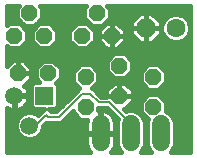
<source format=gbl>
G75*
%MOIN*%
%OFA0B0*%
%FSLAX25Y25*%
%IPPOS*%
%LPD*%
%AMOC8*
5,1,8,0,0,1.08239X$1,22.5*
%
%ADD10OC8,0.05200*%
%ADD11C,0.06000*%
%ADD12R,0.05900X0.05900*%
%ADD13C,0.05900*%
%ADD14OC8,0.06300*%
%ADD15C,0.06300*%
%ADD16C,0.01600*%
%ADD17C,0.00600*%
D10*
X0033050Y0021800D03*
X0033050Y0031800D03*
X0044300Y0035550D03*
X0044300Y0025550D03*
X0055550Y0021800D03*
X0055550Y0031800D03*
X0041800Y0045550D03*
X0036800Y0053050D03*
X0031800Y0045550D03*
X0019300Y0045550D03*
X0014300Y0053050D03*
X0009300Y0045550D03*
X0010550Y0033050D03*
X0020550Y0033050D03*
D11*
X0038050Y0016050D02*
X0038050Y0010050D01*
X0048050Y0010050D02*
X0048050Y0016050D01*
X0058050Y0016050D02*
X0058050Y0010050D01*
D12*
X0019300Y0025550D03*
D13*
X0009300Y0025550D03*
X0014300Y0015550D03*
D14*
X0053050Y0048050D03*
D15*
X0063050Y0048050D03*
D16*
X0006850Y0021467D02*
X0006850Y0006850D01*
X0034462Y0006850D01*
X0034389Y0006923D01*
X0033945Y0007534D01*
X0033602Y0008207D01*
X0033368Y0008926D01*
X0033250Y0009672D01*
X0033250Y0012850D01*
X0037850Y0012850D01*
X0037850Y0013250D01*
X0037850Y0020850D01*
X0037672Y0020850D01*
X0037250Y0020783D01*
X0037250Y0021450D01*
X0040063Y0021450D01*
X0043772Y0017741D01*
X0043450Y0016965D01*
X0043450Y0009135D01*
X0044150Y0007444D01*
X0044745Y0006850D01*
X0041638Y0006850D01*
X0041711Y0006923D01*
X0042155Y0007534D01*
X0042498Y0008207D01*
X0042732Y0008926D01*
X0042850Y0009672D01*
X0042850Y0012850D01*
X0038250Y0012850D01*
X0038250Y0013250D01*
X0037850Y0013250D01*
X0033250Y0013250D01*
X0033250Y0016428D01*
X0033368Y0017174D01*
X0033507Y0017600D01*
X0031310Y0017600D01*
X0028850Y0020060D01*
X0028850Y0020563D01*
X0024837Y0016550D01*
X0019937Y0016550D01*
X0018850Y0015463D01*
X0018850Y0014645D01*
X0018157Y0012973D01*
X0016877Y0011693D01*
X0015205Y0011000D01*
X0013395Y0011000D01*
X0011723Y0011693D01*
X0010443Y0012973D01*
X0009750Y0014645D01*
X0009750Y0016455D01*
X0010443Y0018127D01*
X0011723Y0019407D01*
X0013395Y0020100D01*
X0015205Y0020100D01*
X0016877Y0019407D01*
X0017149Y0019136D01*
X0017950Y0019937D01*
X0019013Y0021000D01*
X0015687Y0021000D01*
X0014750Y0021937D01*
X0014750Y0029163D01*
X0015687Y0030100D01*
X0017560Y0030100D01*
X0016350Y0031310D01*
X0016350Y0034790D01*
X0018810Y0037250D01*
X0022290Y0037250D01*
X0024750Y0034790D01*
X0024750Y0031310D01*
X0023226Y0029787D01*
X0023850Y0029163D01*
X0023850Y0021937D01*
X0022913Y0021000D01*
X0020687Y0021000D01*
X0021337Y0020350D01*
X0023263Y0020350D01*
X0029850Y0026937D01*
X0030912Y0027999D01*
X0028850Y0030060D01*
X0028850Y0033540D01*
X0031310Y0036000D01*
X0034790Y0036000D01*
X0037250Y0033540D01*
X0037250Y0030060D01*
X0035240Y0028050D01*
X0035337Y0028050D01*
X0038137Y0025250D01*
X0039900Y0025250D01*
X0039900Y0025550D01*
X0044300Y0025550D01*
X0044300Y0025550D01*
X0044300Y0029950D01*
X0046123Y0029950D01*
X0048700Y0027373D01*
X0048700Y0025550D01*
X0044300Y0025550D01*
X0044300Y0025550D01*
X0044300Y0025550D01*
X0044300Y0029950D01*
X0042477Y0029950D01*
X0039900Y0027373D01*
X0039900Y0025550D01*
X0044300Y0025550D01*
X0048700Y0025550D01*
X0048700Y0023727D01*
X0046123Y0021150D01*
X0045737Y0021150D01*
X0046500Y0020387D01*
X0047135Y0020650D01*
X0048965Y0020650D01*
X0050656Y0019950D01*
X0051950Y0018656D01*
X0052650Y0016965D01*
X0052650Y0009135D01*
X0051950Y0007444D01*
X0051355Y0006850D01*
X0054745Y0006850D01*
X0054150Y0007444D01*
X0053450Y0009135D01*
X0053450Y0016965D01*
X0053742Y0017669D01*
X0051350Y0020060D01*
X0051350Y0023540D01*
X0053810Y0026000D01*
X0057290Y0026000D01*
X0059750Y0023540D01*
X0059750Y0020325D01*
X0060656Y0019950D01*
X0061950Y0018656D01*
X0062650Y0016965D01*
X0062650Y0009135D01*
X0061950Y0007444D01*
X0061355Y0006850D01*
X0067921Y0006850D01*
X0067921Y0055500D01*
X0040290Y0055500D01*
X0041000Y0054790D01*
X0041000Y0051310D01*
X0038540Y0048850D01*
X0035060Y0048850D01*
X0032600Y0051310D01*
X0032600Y0054790D01*
X0033310Y0055500D01*
X0017790Y0055500D01*
X0018500Y0054790D01*
X0018500Y0051310D01*
X0016040Y0048850D01*
X0012560Y0048850D01*
X0010100Y0051310D01*
X0010100Y0054790D01*
X0010810Y0055500D01*
X0006850Y0055500D01*
X0006850Y0049040D01*
X0007560Y0049750D01*
X0011040Y0049750D01*
X0013500Y0047290D01*
X0013500Y0043810D01*
X0011040Y0041350D01*
X0007560Y0041350D01*
X0006850Y0042060D01*
X0006850Y0035573D01*
X0008727Y0037450D01*
X0010550Y0037450D01*
X0010550Y0033050D01*
X0010550Y0033050D01*
X0014950Y0033050D01*
X0014950Y0034873D01*
X0012373Y0037450D01*
X0010550Y0037450D01*
X0010550Y0033050D01*
X0010550Y0033050D01*
X0014950Y0033050D01*
X0014950Y0031227D01*
X0012645Y0028922D01*
X0012923Y0028644D01*
X0013363Y0028040D01*
X0013702Y0027373D01*
X0013933Y0026662D01*
X0014050Y0025924D01*
X0014050Y0025725D01*
X0009475Y0025725D01*
X0009475Y0025375D01*
X0014050Y0025375D01*
X0014050Y0025176D01*
X0013933Y0024438D01*
X0013702Y0023727D01*
X0013363Y0023060D01*
X0012923Y0022456D01*
X0012394Y0021927D01*
X0011790Y0021487D01*
X0011123Y0021148D01*
X0010412Y0020917D01*
X0009674Y0020800D01*
X0009475Y0020800D01*
X0009475Y0025375D01*
X0009125Y0025375D01*
X0009125Y0020800D01*
X0008926Y0020800D01*
X0008188Y0020917D01*
X0007477Y0021148D01*
X0006850Y0021467D01*
X0006850Y0020634D02*
X0018647Y0020634D01*
X0021053Y0020634D02*
X0023547Y0020634D01*
X0023850Y0022232D02*
X0025145Y0022232D01*
X0023850Y0023831D02*
X0026744Y0023831D01*
X0028342Y0025429D02*
X0023850Y0025429D01*
X0023850Y0027028D02*
X0029941Y0027028D01*
X0030284Y0028626D02*
X0023850Y0028626D01*
X0023664Y0030225D02*
X0028850Y0030225D01*
X0028850Y0031823D02*
X0024750Y0031823D01*
X0024750Y0033422D02*
X0028850Y0033422D01*
X0030331Y0035020D02*
X0024519Y0035020D01*
X0022921Y0036619D02*
X0040100Y0036619D01*
X0040100Y0037290D02*
X0040100Y0033810D01*
X0042560Y0031350D01*
X0046040Y0031350D01*
X0048500Y0033810D01*
X0048500Y0037290D01*
X0046040Y0039750D01*
X0042560Y0039750D01*
X0040100Y0037290D01*
X0041028Y0038217D02*
X0006850Y0038217D01*
X0006850Y0039816D02*
X0067921Y0039816D01*
X0067921Y0041414D02*
X0043887Y0041414D01*
X0043623Y0041150D02*
X0046200Y0043727D01*
X0046200Y0045550D01*
X0046200Y0047373D01*
X0043623Y0049950D01*
X0041800Y0049950D01*
X0041800Y0045550D01*
X0046200Y0045550D01*
X0041800Y0045550D01*
X0041800Y0045550D01*
X0041800Y0045550D01*
X0041800Y0041150D01*
X0043623Y0041150D01*
X0041800Y0041150D02*
X0041800Y0045550D01*
X0041800Y0045550D01*
X0041800Y0045550D01*
X0037400Y0045550D01*
X0037400Y0047373D01*
X0039977Y0049950D01*
X0041800Y0049950D01*
X0041800Y0045550D01*
X0037400Y0045550D01*
X0037400Y0043727D01*
X0039977Y0041150D01*
X0041800Y0041150D01*
X0041800Y0041414D02*
X0041800Y0041414D01*
X0041800Y0043013D02*
X0041800Y0043013D01*
X0041800Y0044611D02*
X0041800Y0044611D01*
X0041800Y0046210D02*
X0041800Y0046210D01*
X0041800Y0047808D02*
X0041800Y0047808D01*
X0041800Y0049407D02*
X0041800Y0049407D01*
X0040695Y0051005D02*
X0049005Y0051005D01*
X0048100Y0050100D02*
X0048100Y0048050D01*
X0053050Y0048050D01*
X0058000Y0048050D01*
X0058000Y0050100D01*
X0055100Y0053000D01*
X0053050Y0053000D01*
X0053050Y0048050D01*
X0053050Y0048050D01*
X0053050Y0048050D01*
X0058000Y0048050D01*
X0058000Y0046000D01*
X0055100Y0043100D01*
X0053050Y0043100D01*
X0053050Y0048050D01*
X0053050Y0048050D01*
X0053050Y0048050D01*
X0053050Y0053000D01*
X0051000Y0053000D01*
X0048100Y0050100D01*
X0048100Y0049407D02*
X0044166Y0049407D01*
X0045764Y0047808D02*
X0048100Y0047808D01*
X0048100Y0048050D02*
X0048100Y0046000D01*
X0051000Y0043100D01*
X0053050Y0043100D01*
X0053050Y0048050D01*
X0048100Y0048050D01*
X0048100Y0046210D02*
X0046200Y0046210D01*
X0046200Y0044611D02*
X0049488Y0044611D01*
X0053050Y0044611D02*
X0053050Y0044611D01*
X0053050Y0046210D02*
X0053050Y0046210D01*
X0053050Y0047808D02*
X0053050Y0047808D01*
X0053050Y0049407D02*
X0053050Y0049407D01*
X0053050Y0051005D02*
X0053050Y0051005D01*
X0053050Y0052604D02*
X0053050Y0052604D01*
X0055496Y0052604D02*
X0061632Y0052604D01*
X0062105Y0052800D02*
X0060359Y0052077D01*
X0059023Y0050741D01*
X0058300Y0048995D01*
X0058300Y0047105D01*
X0059023Y0045359D01*
X0060359Y0044023D01*
X0062105Y0043300D01*
X0063995Y0043300D01*
X0065741Y0044023D01*
X0067077Y0045359D01*
X0067800Y0047105D01*
X0067800Y0048995D01*
X0067077Y0050741D01*
X0065741Y0052077D01*
X0063995Y0052800D01*
X0062105Y0052800D01*
X0064468Y0052604D02*
X0067921Y0052604D01*
X0067921Y0054202D02*
X0041000Y0054202D01*
X0041000Y0052604D02*
X0050604Y0052604D01*
X0057095Y0051005D02*
X0059288Y0051005D01*
X0058471Y0049407D02*
X0058000Y0049407D01*
X0058000Y0047808D02*
X0058300Y0047808D01*
X0058000Y0046210D02*
X0058671Y0046210D01*
X0059771Y0044611D02*
X0056612Y0044611D01*
X0066329Y0044611D02*
X0067921Y0044611D01*
X0067921Y0046210D02*
X0067429Y0046210D01*
X0067800Y0047808D02*
X0067921Y0047808D01*
X0067921Y0049407D02*
X0067629Y0049407D01*
X0067921Y0051005D02*
X0066812Y0051005D01*
X0067921Y0043013D02*
X0045485Y0043013D01*
X0047572Y0038217D02*
X0067921Y0038217D01*
X0067921Y0036619D02*
X0048500Y0036619D01*
X0048500Y0035020D02*
X0052831Y0035020D01*
X0053810Y0036000D02*
X0051350Y0033540D01*
X0051350Y0030060D01*
X0053810Y0027600D01*
X0057290Y0027600D01*
X0059750Y0030060D01*
X0059750Y0033540D01*
X0057290Y0036000D01*
X0053810Y0036000D01*
X0051350Y0033422D02*
X0048111Y0033422D01*
X0046513Y0031823D02*
X0051350Y0031823D01*
X0051350Y0030225D02*
X0037250Y0030225D01*
X0035816Y0028626D02*
X0041154Y0028626D01*
X0039900Y0027028D02*
X0036359Y0027028D01*
X0037958Y0025429D02*
X0039900Y0025429D01*
X0044300Y0027028D02*
X0044300Y0027028D01*
X0044300Y0028626D02*
X0044300Y0028626D01*
X0047446Y0028626D02*
X0052784Y0028626D01*
X0053239Y0025429D02*
X0048700Y0025429D01*
X0048700Y0023831D02*
X0051641Y0023831D01*
X0051350Y0022232D02*
X0047205Y0022232D01*
X0047095Y0020634D02*
X0046253Y0020634D01*
X0049005Y0020634D02*
X0051350Y0020634D01*
X0051570Y0019035D02*
X0052375Y0019035D01*
X0052455Y0017437D02*
X0053645Y0017437D01*
X0053450Y0015838D02*
X0052650Y0015838D01*
X0052650Y0014240D02*
X0053450Y0014240D01*
X0053450Y0012641D02*
X0052650Y0012641D01*
X0052650Y0011043D02*
X0053450Y0011043D01*
X0053450Y0009444D02*
X0052650Y0009444D01*
X0052116Y0007846D02*
X0053984Y0007846D01*
X0062116Y0007846D02*
X0067921Y0007846D01*
X0067921Y0009444D02*
X0062650Y0009444D01*
X0062650Y0011043D02*
X0067921Y0011043D01*
X0067921Y0012641D02*
X0062650Y0012641D01*
X0062650Y0014240D02*
X0067921Y0014240D01*
X0067921Y0015838D02*
X0062650Y0015838D01*
X0062455Y0017437D02*
X0067921Y0017437D01*
X0067921Y0019035D02*
X0061570Y0019035D01*
X0059750Y0020634D02*
X0067921Y0020634D01*
X0067921Y0022232D02*
X0059750Y0022232D01*
X0059459Y0023831D02*
X0067921Y0023831D01*
X0067921Y0025429D02*
X0057861Y0025429D01*
X0058316Y0028626D02*
X0067921Y0028626D01*
X0067921Y0027028D02*
X0048700Y0027028D01*
X0042087Y0031823D02*
X0037250Y0031823D01*
X0037250Y0033422D02*
X0040489Y0033422D01*
X0040100Y0035020D02*
X0035769Y0035020D01*
X0033540Y0041350D02*
X0030060Y0041350D01*
X0027600Y0043810D01*
X0027600Y0047290D01*
X0030060Y0049750D01*
X0033540Y0049750D01*
X0036000Y0047290D01*
X0036000Y0043810D01*
X0033540Y0041350D01*
X0033604Y0041414D02*
X0039713Y0041414D01*
X0038115Y0043013D02*
X0035202Y0043013D01*
X0036000Y0044611D02*
X0037400Y0044611D01*
X0037400Y0046210D02*
X0036000Y0046210D01*
X0035481Y0047808D02*
X0037836Y0047808D01*
X0039097Y0049407D02*
X0039434Y0049407D01*
X0034503Y0049407D02*
X0033883Y0049407D01*
X0032905Y0051005D02*
X0018195Y0051005D01*
X0017560Y0049750D02*
X0015100Y0047290D01*
X0015100Y0043810D01*
X0017560Y0041350D01*
X0021040Y0041350D01*
X0023500Y0043810D01*
X0023500Y0047290D01*
X0021040Y0049750D01*
X0017560Y0049750D01*
X0017217Y0049407D02*
X0016597Y0049407D01*
X0015619Y0047808D02*
X0012981Y0047808D01*
X0013500Y0046210D02*
X0015100Y0046210D01*
X0015100Y0044611D02*
X0013500Y0044611D01*
X0012702Y0043013D02*
X0015898Y0043013D01*
X0017496Y0041414D02*
X0011104Y0041414D01*
X0007496Y0041414D02*
X0006850Y0041414D01*
X0006850Y0036619D02*
X0007896Y0036619D01*
X0010550Y0036619D02*
X0010550Y0036619D01*
X0010550Y0035020D02*
X0010550Y0035020D01*
X0010550Y0033422D02*
X0010550Y0033422D01*
X0013204Y0036619D02*
X0018179Y0036619D01*
X0016581Y0035020D02*
X0014802Y0035020D01*
X0014950Y0033422D02*
X0016350Y0033422D01*
X0016350Y0031823D02*
X0014950Y0031823D01*
X0013947Y0030225D02*
X0017436Y0030225D01*
X0014750Y0028626D02*
X0012936Y0028626D01*
X0013814Y0027028D02*
X0014750Y0027028D01*
X0014750Y0025429D02*
X0009475Y0025429D01*
X0009475Y0023831D02*
X0009125Y0023831D01*
X0009125Y0022232D02*
X0009475Y0022232D01*
X0012700Y0022232D02*
X0014750Y0022232D01*
X0014750Y0023831D02*
X0013736Y0023831D01*
X0011350Y0019035D02*
X0006850Y0019035D01*
X0006850Y0017437D02*
X0010157Y0017437D01*
X0009750Y0015838D02*
X0006850Y0015838D01*
X0006850Y0014240D02*
X0009918Y0014240D01*
X0010774Y0012641D02*
X0006850Y0012641D01*
X0006850Y0011043D02*
X0013292Y0011043D01*
X0015308Y0011043D02*
X0033250Y0011043D01*
X0033250Y0012641D02*
X0017826Y0012641D01*
X0018682Y0014240D02*
X0033250Y0014240D01*
X0033250Y0015838D02*
X0019225Y0015838D01*
X0025724Y0017437D02*
X0033454Y0017437D01*
X0029875Y0019035D02*
X0027322Y0019035D01*
X0037850Y0019035D02*
X0038250Y0019035D01*
X0038250Y0017437D02*
X0037850Y0017437D01*
X0037850Y0015838D02*
X0038250Y0015838D01*
X0038250Y0014240D02*
X0037850Y0014240D01*
X0038250Y0013250D02*
X0038250Y0020850D01*
X0038428Y0020850D01*
X0039174Y0020732D01*
X0039893Y0020498D01*
X0040566Y0020155D01*
X0041177Y0019711D01*
X0041711Y0019177D01*
X0042155Y0018566D01*
X0042498Y0017893D01*
X0042732Y0017174D01*
X0042850Y0016428D01*
X0042850Y0013250D01*
X0038250Y0013250D01*
X0042850Y0012641D02*
X0043450Y0012641D01*
X0043450Y0011043D02*
X0042850Y0011043D01*
X0042814Y0009444D02*
X0043450Y0009444D01*
X0043984Y0007846D02*
X0042314Y0007846D01*
X0042850Y0014240D02*
X0043450Y0014240D01*
X0043450Y0015838D02*
X0042850Y0015838D01*
X0042646Y0017437D02*
X0043645Y0017437D01*
X0042478Y0019035D02*
X0041814Y0019035D01*
X0040879Y0020634D02*
X0039476Y0020634D01*
X0038250Y0020634D02*
X0037850Y0020634D01*
X0033286Y0009444D02*
X0006850Y0009444D01*
X0006850Y0007846D02*
X0033786Y0007846D01*
X0059750Y0030225D02*
X0067921Y0030225D01*
X0067921Y0031823D02*
X0059750Y0031823D01*
X0059750Y0033422D02*
X0067921Y0033422D01*
X0067921Y0035020D02*
X0058269Y0035020D01*
X0032600Y0052604D02*
X0018500Y0052604D01*
X0018500Y0054202D02*
X0032600Y0054202D01*
X0029717Y0049407D02*
X0021383Y0049407D01*
X0022981Y0047808D02*
X0028119Y0047808D01*
X0027600Y0046210D02*
X0023500Y0046210D01*
X0023500Y0044611D02*
X0027600Y0044611D01*
X0028398Y0043013D02*
X0022702Y0043013D01*
X0021104Y0041414D02*
X0029996Y0041414D01*
X0012003Y0049407D02*
X0011383Y0049407D01*
X0010405Y0051005D02*
X0006850Y0051005D01*
X0006850Y0052604D02*
X0010100Y0052604D01*
X0010100Y0054202D02*
X0006850Y0054202D01*
X0006850Y0049407D02*
X0007217Y0049407D01*
D17*
X0031750Y0026150D02*
X0034550Y0026150D01*
X0037350Y0023350D01*
X0040850Y0023350D01*
X0047850Y0016350D01*
X0047850Y0013550D01*
X0048050Y0013050D01*
X0031750Y0026150D02*
X0024050Y0018450D01*
X0020550Y0018450D01*
X0019850Y0019150D01*
X0016350Y0015650D01*
X0014950Y0015650D01*
X0014300Y0015550D01*
M02*

</source>
